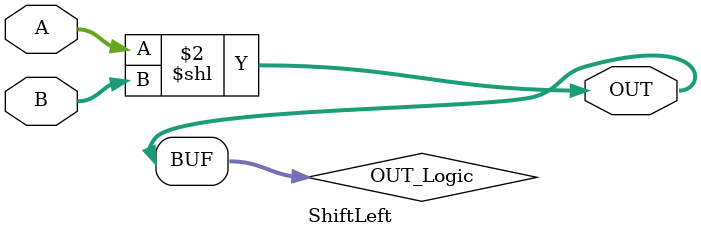
<source format=sv>

module ShiftLeft
#(
	parameter INBits=32,
	parameter IBits=2
)
(
	input [INBits-1:0] A,
	input [IBits-1:0]B,
	
	output [INBits-1:0]OUT

);

 logic [INBits-1:0]OUT_Logic;

 always_comb
 begin
	OUT_Logic = A<<B;
 end
 
 assign OUT = OUT_Logic;


endmodule

</source>
